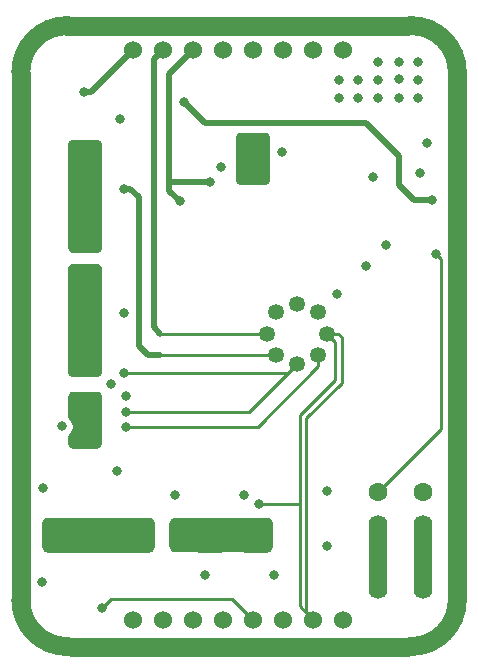
<source format=gbr>
G04 #@! TF.GenerationSoftware,KiCad,Pcbnew,(5.1.12)-1*
G04 #@! TF.CreationDate,2022-03-03T10:00:03+01:00*
G04 #@! TF.ProjectId,10V-DLTZ,3130562d-444c-4545-9a2e-6b696361645f,rev?*
G04 #@! TF.SameCoordinates,Original*
G04 #@! TF.FileFunction,Copper,L2,Inr*
G04 #@! TF.FilePolarity,Positive*
%FSLAX46Y46*%
G04 Gerber Fmt 4.6, Leading zero omitted, Abs format (unit mm)*
G04 Created by KiCad (PCBNEW (5.1.12)-1) date 2022-03-03 10:00:03*
%MOMM*%
%LPD*%
G01*
G04 APERTURE LIST*
G04 #@! TA.AperFunction,NonConductor*
%ADD10C,1.600000*%
G04 #@! TD*
G04 #@! TA.AperFunction,ComponentPad*
%ADD11C,1.350000*%
G04 #@! TD*
G04 #@! TA.AperFunction,ComponentPad*
%ADD12O,1.600000X7.100000*%
G04 #@! TD*
G04 #@! TA.AperFunction,ComponentPad*
%ADD13C,1.600000*%
G04 #@! TD*
G04 #@! TA.AperFunction,ComponentPad*
%ADD14C,1.524000*%
G04 #@! TD*
G04 #@! TA.AperFunction,ViaPad*
%ADD15C,0.800000*%
G04 #@! TD*
G04 #@! TA.AperFunction,Conductor*
%ADD16C,0.250000*%
G04 #@! TD*
G04 #@! TA.AperFunction,Conductor*
%ADD17C,0.508000*%
G04 #@! TD*
G04 #@! TA.AperFunction,Conductor*
%ADD18C,1.600000*%
G04 #@! TD*
G04 #@! TA.AperFunction,Conductor*
%ADD19C,0.127000*%
G04 #@! TD*
G04 #@! TA.AperFunction,NonConductor*
%ADD20C,0.254000*%
G04 #@! TD*
G04 #@! TA.AperFunction,NonConductor*
%ADD21C,0.100000*%
G04 #@! TD*
G04 APERTURE END LIST*
D10*
X106299000Y-124714000D02*
G75*
G02*
X110236000Y-128651000I0J-3937000D01*
G01*
X110236000Y-173355000D02*
G75*
G02*
X106299000Y-177292000I-3937000J0D01*
G01*
X73279000Y-128651000D02*
G75*
G02*
X77216000Y-124714000I3937000J0D01*
G01*
X77216000Y-177292000D02*
G75*
G02*
X73279000Y-173355000I0J3937000D01*
G01*
D11*
X94132400Y-150799800D03*
X99212400Y-150799800D03*
X96672400Y-148259800D03*
X96672400Y-153339800D03*
X98468400Y-152595800D03*
X94876400Y-152595800D03*
X94876400Y-149003800D03*
X98468400Y-149003800D03*
D12*
X107315000Y-169711000D03*
D13*
X107315000Y-164211000D03*
D12*
X103505000Y-169711000D03*
D13*
X103505000Y-164211000D03*
D14*
X82804000Y-126746000D03*
X85344000Y-126746000D03*
X87884000Y-126746000D03*
X90424000Y-126746000D03*
X92964000Y-126746000D03*
X95504000Y-126746000D03*
X98044000Y-126746000D03*
X100584000Y-126746000D03*
X82804000Y-175006000D03*
X85344000Y-175006000D03*
X87884000Y-175006000D03*
X90424000Y-175006000D03*
X92964000Y-175006000D03*
X95504000Y-175006000D03*
X98044000Y-175006000D03*
X100584000Y-175006000D03*
D15*
X109220000Y-176022000D03*
X106426000Y-177292000D03*
X104775000Y-177292000D03*
X75819000Y-177165000D03*
X75565000Y-125095000D03*
X108966000Y-125857000D03*
X96520000Y-177292000D03*
X110236000Y-170688000D03*
X110236000Y-136906000D03*
X110236000Y-141097000D03*
X73533000Y-175006000D03*
X109982000Y-174752000D03*
X107823000Y-125095000D03*
X100838000Y-177292000D03*
X107950000Y-176911000D03*
X109855000Y-127000000D03*
X83820000Y-177292000D03*
X74295000Y-125984000D03*
X88011000Y-177292000D03*
X79756000Y-177292000D03*
X110236000Y-132715000D03*
X74549000Y-176276000D03*
X92202000Y-177292000D03*
X77597000Y-177292000D03*
X73279000Y-168910000D03*
X110236000Y-158115000D03*
X110236000Y-162306000D03*
X73279000Y-164592000D03*
X73279000Y-156083000D03*
X73279000Y-160401000D03*
X110236000Y-145161000D03*
X110236000Y-166370000D03*
X110236000Y-153797000D03*
X73279000Y-152019000D03*
X73279000Y-143383000D03*
X73279000Y-139192000D03*
X73279000Y-147701000D03*
X110236000Y-149606000D03*
X93472000Y-165227000D03*
X80899000Y-155067000D03*
X81407000Y-162433000D03*
X75184000Y-163830000D03*
X75057000Y-171831000D03*
X107696000Y-134620000D03*
X82042000Y-138557000D03*
X108077000Y-139446000D03*
X87122000Y-131191000D03*
X82169000Y-158673800D03*
X108409500Y-144066500D03*
X82042000Y-149021800D03*
X90233500Y-136652000D03*
X110236000Y-138938000D03*
X110236000Y-160274000D03*
X110236000Y-155956000D03*
X87884000Y-124714000D03*
X80137000Y-124714000D03*
X73279000Y-135001000D03*
X73279000Y-141224000D03*
X86741000Y-139573000D03*
X106426000Y-124714000D03*
X110236000Y-147447000D03*
X96012000Y-124714000D03*
X73279000Y-137033000D03*
X91821000Y-124714000D03*
X73279000Y-132969000D03*
X73279000Y-154051000D03*
X81788000Y-177292000D03*
X110236000Y-168529000D03*
X110236000Y-134747000D03*
X73279000Y-173355000D03*
X104394000Y-124714000D03*
X73279000Y-130937000D03*
X86296500Y-164465000D03*
X85979000Y-177292000D03*
X110236000Y-172974000D03*
X77597000Y-177292000D03*
X110236000Y-130556000D03*
X100330000Y-124714000D03*
X110236000Y-164338000D03*
X82169000Y-156083000D03*
X73279000Y-129159000D03*
X73279000Y-145669000D03*
X98552000Y-177292000D03*
X94361000Y-177292000D03*
X110236000Y-128498000D03*
X90043000Y-177292000D03*
X73279000Y-170942000D03*
X110236000Y-143129000D03*
X73279000Y-149987000D03*
X83947000Y-124714000D03*
X102743000Y-177292000D03*
X110236000Y-151638000D03*
X73279000Y-158242000D03*
X73279000Y-162433000D03*
X73533000Y-127254000D03*
X73279000Y-166751000D03*
X89281000Y-137922000D03*
X76962000Y-124714000D03*
X81915000Y-124714000D03*
X92202000Y-164465000D03*
X103124000Y-137541000D03*
X78613000Y-130302000D03*
X85979000Y-124714000D03*
X93853000Y-124714000D03*
X99187000Y-164084000D03*
X89789000Y-124714000D03*
X98298000Y-124714000D03*
X102489000Y-124714000D03*
X78486000Y-124714000D03*
X82042000Y-154114500D03*
X82169000Y-157429200D03*
X101854000Y-130810000D03*
X101854000Y-129286000D03*
X94742000Y-171196000D03*
X95377000Y-135382000D03*
X103505000Y-127762000D03*
X100203000Y-129286000D03*
X76733268Y-158644655D03*
X106934000Y-129286000D03*
X88836500Y-171196000D03*
X106934000Y-127762000D03*
X105283000Y-130810000D03*
X103505000Y-130810000D03*
X100203000Y-130810000D03*
X105283000Y-127762000D03*
X105283000Y-129241000D03*
X103505000Y-129286000D03*
X106934000Y-130810000D03*
X81661000Y-132588000D03*
X99187000Y-168783000D03*
X80137000Y-173990000D03*
X102489000Y-145034000D03*
X100076000Y-147421600D03*
X107083000Y-137160000D03*
X104203500Y-143256000D03*
D16*
X97536000Y-174879000D02*
X97917000Y-175260000D01*
X99212400Y-150799800D02*
X100166994Y-150799800D01*
X99237800Y-150774400D02*
X99212400Y-150799800D01*
X96012000Y-165227000D02*
X96901000Y-165227000D01*
X96012000Y-165227000D02*
X96202500Y-165227000D01*
X100431600Y-151064406D02*
X100431600Y-154940000D01*
X100431600Y-154940000D02*
X97409000Y-157962600D01*
X99237800Y-150825200D02*
X99212400Y-150799800D01*
X100166994Y-150799800D02*
X100431600Y-151064406D01*
X95377000Y-165227000D02*
X96012000Y-165227000D01*
X93472000Y-165227000D02*
X95377000Y-165227000D01*
X97409000Y-157962600D02*
X97409000Y-173609000D01*
X97472500Y-174434500D02*
X98044000Y-175006000D01*
X97409000Y-174371000D02*
X97472500Y-174434500D01*
X97409000Y-157962600D02*
X97409000Y-174371000D01*
X96901000Y-173863000D02*
X98044000Y-175006000D01*
X96901000Y-157708600D02*
X96901000Y-173863000D01*
X99887399Y-154722201D02*
X96901000Y-157708600D01*
X99887399Y-151474799D02*
X99887399Y-154722201D01*
X99212400Y-150799800D02*
X99887399Y-151474799D01*
X85077300Y-150799800D02*
X94132400Y-150799800D01*
D17*
X84518500Y-127571500D02*
X85344000Y-126746000D01*
D16*
X94107000Y-150774400D02*
X94132400Y-150799800D01*
D17*
X85077300Y-150799800D02*
X84518500Y-150241000D01*
X84518500Y-150241000D02*
X84518500Y-127571500D01*
X82550000Y-138557000D02*
X83248500Y-139255500D01*
D16*
X94858400Y-152577800D02*
X94876400Y-152595800D01*
D17*
X82042000Y-138557000D02*
X82550000Y-138557000D01*
D16*
X94876400Y-152595800D02*
X85031800Y-152595800D01*
D17*
X83248500Y-151828500D02*
X84015800Y-152595800D01*
X84015800Y-152595800D02*
X85031800Y-152595800D01*
X83248500Y-139255500D02*
X83248500Y-151828500D01*
X105283000Y-135763000D02*
X102489000Y-132969000D01*
X105283000Y-138176000D02*
X105283000Y-135763000D01*
X106553000Y-139446000D02*
X105283000Y-138176000D01*
X108077000Y-139446000D02*
X106553000Y-139446000D01*
X88900000Y-132969000D02*
X87122000Y-131191000D01*
X102489000Y-132969000D02*
X88900000Y-132969000D01*
D16*
X98468400Y-153550394D02*
X93344994Y-158673800D01*
X103505000Y-164211000D02*
X108839000Y-158877000D01*
X98468400Y-152595800D02*
X98468400Y-153550394D01*
X108839000Y-158877000D02*
X108839000Y-144496000D01*
X108839000Y-144496000D02*
X108409500Y-144066500D01*
X82169000Y-158673800D02*
X93344994Y-158673800D01*
D17*
X87884000Y-126746000D02*
X85852000Y-128778000D01*
D18*
X73279000Y-135001000D02*
X73279000Y-132969000D01*
D17*
X79248000Y-130302000D02*
X78613000Y-130302000D01*
D18*
X110236000Y-128651000D02*
X110236000Y-173271000D01*
D17*
X85852000Y-138684000D02*
X86741000Y-139573000D01*
D18*
X77216000Y-124714000D02*
X106000000Y-124714000D01*
X73279000Y-130937000D02*
X73279000Y-128778000D01*
D17*
X85852000Y-137922000D02*
X85852000Y-138684000D01*
D18*
X73279000Y-173400000D02*
X73279000Y-171043000D01*
X77597000Y-177292000D02*
X106000000Y-177292000D01*
X73279000Y-170942000D02*
X73279000Y-137287000D01*
X73279000Y-137287000D02*
X73279000Y-135001000D01*
D17*
X82804000Y-126746000D02*
X79248000Y-130302000D01*
D18*
X73279000Y-132969000D02*
X73279000Y-130937000D01*
D17*
X85852000Y-128778000D02*
X85852000Y-137922000D01*
X89281000Y-137922000D02*
X85852000Y-137922000D01*
D16*
X96672400Y-153339800D02*
X95897700Y-154114500D01*
X82042000Y-154114500D02*
X95440500Y-154114500D01*
X96215200Y-153339800D02*
X96672400Y-153339800D01*
X92583000Y-157429200D02*
X96672400Y-153339800D01*
X95897700Y-154114500D02*
X82042000Y-154114500D01*
X82169000Y-157429200D02*
X92583000Y-157429200D01*
X91186000Y-173228000D02*
X92964000Y-175006000D01*
X80899000Y-173228000D02*
X91186000Y-173228000D01*
X80137000Y-173990000D02*
X80899000Y-173228000D01*
X104178100Y-143319500D02*
X104267000Y-143319500D01*
X98468400Y-149003800D02*
X98493800Y-149003800D01*
D19*
X104203500Y-143268700D02*
X104203500Y-143256000D01*
D20*
X79732146Y-155801921D02*
X79821716Y-155838951D01*
X79898674Y-155897864D01*
X79957798Y-155974663D01*
X79995070Y-156064131D01*
X80009075Y-156168495D01*
X80019423Y-159978399D01*
X80005883Y-160083230D01*
X79968824Y-160173178D01*
X79909703Y-160250442D01*
X79832566Y-160309729D01*
X79742691Y-160346982D01*
X79637897Y-160360747D01*
X77723181Y-160359653D01*
X77618470Y-160345787D01*
X77528693Y-160308483D01*
X77451652Y-160249188D01*
X77392610Y-160171953D01*
X77355603Y-160082053D01*
X77342083Y-159977304D01*
X77343429Y-159481742D01*
X77393042Y-159448592D01*
X77537205Y-159304429D01*
X77650473Y-159134911D01*
X77728494Y-158946553D01*
X77768268Y-158746594D01*
X77768268Y-158542716D01*
X77728494Y-158342757D01*
X77650473Y-158154399D01*
X77537205Y-157984881D01*
X77393042Y-157840718D01*
X77347970Y-157810602D01*
X77352431Y-156168494D01*
X77366436Y-156064130D01*
X77403708Y-155974663D01*
X77462832Y-155897864D01*
X77539790Y-155838951D01*
X77629359Y-155801921D01*
X77733761Y-155788200D01*
X79627744Y-155788200D01*
X79732146Y-155801921D01*
G04 #@! TA.AperFunction,NonConductor*
D21*
G36*
X79732146Y-155801921D02*
G01*
X79821716Y-155838951D01*
X79898674Y-155897864D01*
X79957798Y-155974663D01*
X79995070Y-156064131D01*
X80009075Y-156168495D01*
X80019423Y-159978399D01*
X80005883Y-160083230D01*
X79968824Y-160173178D01*
X79909703Y-160250442D01*
X79832566Y-160309729D01*
X79742691Y-160346982D01*
X79637897Y-160360747D01*
X77723181Y-160359653D01*
X77618470Y-160345787D01*
X77528693Y-160308483D01*
X77451652Y-160249188D01*
X77392610Y-160171953D01*
X77355603Y-160082053D01*
X77342083Y-159977304D01*
X77343429Y-159481742D01*
X77393042Y-159448592D01*
X77537205Y-159304429D01*
X77650473Y-159134911D01*
X77728494Y-158946553D01*
X77768268Y-158746594D01*
X77768268Y-158542716D01*
X77728494Y-158342757D01*
X77650473Y-158154399D01*
X77537205Y-157984881D01*
X77393042Y-157840718D01*
X77347970Y-157810602D01*
X77352431Y-156168494D01*
X77366436Y-156064130D01*
X77403708Y-155974663D01*
X77462832Y-155897864D01*
X77539790Y-155838951D01*
X77629359Y-155801921D01*
X77733761Y-155788200D01*
X79627744Y-155788200D01*
X79732146Y-155801921D01*
G37*
G04 #@! TD.AperFunction*
D20*
X94170230Y-166501117D02*
X94260178Y-166538176D01*
X94337442Y-166597297D01*
X94396729Y-166674434D01*
X94433982Y-166764309D01*
X94447747Y-166869103D01*
X94446653Y-168783819D01*
X94432787Y-168888530D01*
X94395483Y-168978307D01*
X94336188Y-169055348D01*
X94258953Y-169114390D01*
X94169053Y-169151397D01*
X94064304Y-169164917D01*
X90255494Y-169154569D01*
X90151130Y-169140564D01*
X90061663Y-169103292D01*
X89984864Y-169044168D01*
X89925951Y-168967210D01*
X89888921Y-168877641D01*
X89875200Y-168773239D01*
X89875200Y-166879256D01*
X89888921Y-166774854D01*
X89925951Y-166685284D01*
X89984864Y-166608326D01*
X90061663Y-166549202D01*
X90151131Y-166511930D01*
X90255495Y-166497925D01*
X94065399Y-166487577D01*
X94170230Y-166501117D01*
G04 #@! TA.AperFunction,NonConductor*
D21*
G36*
X94170230Y-166501117D02*
G01*
X94260178Y-166538176D01*
X94337442Y-166597297D01*
X94396729Y-166674434D01*
X94433982Y-166764309D01*
X94447747Y-166869103D01*
X94446653Y-168783819D01*
X94432787Y-168888530D01*
X94395483Y-168978307D01*
X94336188Y-169055348D01*
X94258953Y-169114390D01*
X94169053Y-169151397D01*
X94064304Y-169164917D01*
X90255494Y-169154569D01*
X90151130Y-169140564D01*
X90061663Y-169103292D01*
X89984864Y-169044168D01*
X89925951Y-168967210D01*
X89888921Y-168877641D01*
X89875200Y-168773239D01*
X89875200Y-166879256D01*
X89888921Y-166774854D01*
X89925951Y-166685284D01*
X89984864Y-166608326D01*
X90061663Y-166549202D01*
X90151131Y-166511930D01*
X90255495Y-166497925D01*
X94065399Y-166487577D01*
X94170230Y-166501117D01*
G37*
G04 #@! TD.AperFunction*
D20*
X93853700Y-133858547D02*
X93958429Y-133872417D01*
X94048216Y-133909731D01*
X94125263Y-133969043D01*
X94184302Y-134046297D01*
X94221298Y-134136213D01*
X94234799Y-134240995D01*
X94224688Y-137668789D01*
X94210662Y-137773139D01*
X94173380Y-137862586D01*
X94114253Y-137939369D01*
X94037304Y-137998263D01*
X93947744Y-138035282D01*
X93843352Y-138049000D01*
X91949143Y-138049000D01*
X91844750Y-138035282D01*
X91755193Y-137998264D01*
X91678238Y-137939364D01*
X91619115Y-137862589D01*
X91581832Y-137773139D01*
X91567807Y-137668791D01*
X91557695Y-134239893D01*
X91571215Y-134135043D01*
X91608265Y-134045072D01*
X91667384Y-133967789D01*
X91744526Y-133908486D01*
X91834410Y-133871222D01*
X91935060Y-133858000D01*
X92896462Y-133858000D01*
X93853700Y-133858547D01*
G04 #@! TA.AperFunction,NonConductor*
D21*
G36*
X93853700Y-133858547D02*
G01*
X93958429Y-133872417D01*
X94048216Y-133909731D01*
X94125263Y-133969043D01*
X94184302Y-134046297D01*
X94221298Y-134136213D01*
X94234799Y-134240995D01*
X94224688Y-137668789D01*
X94210662Y-137773139D01*
X94173380Y-137862586D01*
X94114253Y-137939369D01*
X94037304Y-137998263D01*
X93947744Y-138035282D01*
X93843352Y-138049000D01*
X91949143Y-138049000D01*
X91844750Y-138035282D01*
X91755193Y-137998264D01*
X91678238Y-137939364D01*
X91619115Y-137862589D01*
X91581832Y-137773139D01*
X91567807Y-137668791D01*
X91557695Y-134239893D01*
X91571215Y-134135043D01*
X91608265Y-134045072D01*
X91667384Y-133967789D01*
X91744526Y-133908486D01*
X91834410Y-133871222D01*
X91935060Y-133858000D01*
X92896462Y-133858000D01*
X93853700Y-133858547D01*
G37*
G04 #@! TD.AperFunction*
D20*
X84178857Y-166498827D02*
X84268813Y-166535886D01*
X84346079Y-166595008D01*
X84405365Y-166672141D01*
X84442621Y-166762019D01*
X84456386Y-166866815D01*
X84455291Y-168782891D01*
X84441472Y-168887428D01*
X84404293Y-168977076D01*
X84345188Y-169054051D01*
X84268178Y-169113113D01*
X84178505Y-169150242D01*
X84073967Y-169164000D01*
X75539928Y-169164000D01*
X75435343Y-169150231D01*
X75345645Y-169113077D01*
X75268624Y-169053976D01*
X75209523Y-168976955D01*
X75172369Y-168887257D01*
X75158600Y-168782672D01*
X75158600Y-166890048D01*
X75172320Y-166785650D01*
X75209348Y-166696084D01*
X75268262Y-166619123D01*
X75345058Y-166559999D01*
X75434521Y-166522727D01*
X75538879Y-166508720D01*
X84074030Y-166485289D01*
X84178857Y-166498827D01*
G04 #@! TA.AperFunction,NonConductor*
D21*
G36*
X84178857Y-166498827D02*
G01*
X84268813Y-166535886D01*
X84346079Y-166595008D01*
X84405365Y-166672141D01*
X84442621Y-166762019D01*
X84456386Y-166866815D01*
X84455291Y-168782891D01*
X84441472Y-168887428D01*
X84404293Y-168977076D01*
X84345188Y-169054051D01*
X84268178Y-169113113D01*
X84178505Y-169150242D01*
X84073967Y-169164000D01*
X75539928Y-169164000D01*
X75435343Y-169150231D01*
X75345645Y-169113077D01*
X75268624Y-169053976D01*
X75209523Y-168976955D01*
X75172369Y-168887257D01*
X75158600Y-168782672D01*
X75158600Y-166890048D01*
X75172320Y-166785650D01*
X75209348Y-166696084D01*
X75268262Y-166619123D01*
X75345058Y-166559999D01*
X75434521Y-166522727D01*
X75538879Y-166508720D01*
X84074030Y-166485289D01*
X84178857Y-166498827D01*
G37*
G04 #@! TD.AperFunction*
D20*
X90233230Y-166501117D02*
X90323178Y-166538176D01*
X90400442Y-166597297D01*
X90459729Y-166674434D01*
X90496982Y-166764309D01*
X90510747Y-166869103D01*
X90509653Y-168783819D01*
X90495787Y-168888530D01*
X90458483Y-168978307D01*
X90399188Y-169055348D01*
X90321953Y-169114390D01*
X90232053Y-169151397D01*
X90127304Y-169164917D01*
X86318494Y-169154569D01*
X86214130Y-169140564D01*
X86124663Y-169103292D01*
X86047864Y-169044168D01*
X85988951Y-168967210D01*
X85951921Y-168877641D01*
X85938200Y-168773239D01*
X85938200Y-166879256D01*
X85951921Y-166774854D01*
X85988951Y-166685284D01*
X86047864Y-166608326D01*
X86124663Y-166549202D01*
X86214131Y-166511930D01*
X86318495Y-166497925D01*
X90128399Y-166487577D01*
X90233230Y-166501117D01*
G04 #@! TA.AperFunction,NonConductor*
D21*
G36*
X90233230Y-166501117D02*
G01*
X90323178Y-166538176D01*
X90400442Y-166597297D01*
X90459729Y-166674434D01*
X90496982Y-166764309D01*
X90510747Y-166869103D01*
X90509653Y-168783819D01*
X90495787Y-168888530D01*
X90458483Y-168978307D01*
X90399188Y-169055348D01*
X90321953Y-169114390D01*
X90232053Y-169151397D01*
X90127304Y-169164917D01*
X86318494Y-169154569D01*
X86214130Y-169140564D01*
X86124663Y-169103292D01*
X86047864Y-169044168D01*
X85988951Y-168967210D01*
X85951921Y-168877641D01*
X85938200Y-168773239D01*
X85938200Y-166879256D01*
X85951921Y-166774854D01*
X85988951Y-166685284D01*
X86047864Y-166608326D01*
X86124663Y-166549202D01*
X86214131Y-166511930D01*
X86318495Y-166497925D01*
X90128399Y-166487577D01*
X90233230Y-166501117D01*
G37*
G04 #@! TD.AperFunction*
D20*
X79628891Y-134492709D02*
X79733428Y-134506528D01*
X79823076Y-134543707D01*
X79900051Y-134602812D01*
X79959113Y-134679822D01*
X79996242Y-134769495D01*
X80010000Y-134874033D01*
X80010000Y-143408072D01*
X79996231Y-143512657D01*
X79959077Y-143602355D01*
X79899976Y-143679376D01*
X79822955Y-143738477D01*
X79733257Y-143775631D01*
X79628672Y-143789400D01*
X77736048Y-143789400D01*
X77631650Y-143775680D01*
X77542084Y-143738652D01*
X77465123Y-143679738D01*
X77405999Y-143602942D01*
X77368727Y-143513479D01*
X77354720Y-143409121D01*
X77331289Y-134873970D01*
X77344827Y-134769143D01*
X77381886Y-134679187D01*
X77441008Y-134601921D01*
X77518141Y-134542635D01*
X77608019Y-134505379D01*
X77712815Y-134491614D01*
X79628891Y-134492709D01*
G04 #@! TA.AperFunction,NonConductor*
D21*
G36*
X79628891Y-134492709D02*
G01*
X79733428Y-134506528D01*
X79823076Y-134543707D01*
X79900051Y-134602812D01*
X79959113Y-134679822D01*
X79996242Y-134769495D01*
X80010000Y-134874033D01*
X80010000Y-143408072D01*
X79996231Y-143512657D01*
X79959077Y-143602355D01*
X79899976Y-143679376D01*
X79822955Y-143738477D01*
X79733257Y-143775631D01*
X79628672Y-143789400D01*
X77736048Y-143789400D01*
X77631650Y-143775680D01*
X77542084Y-143738652D01*
X77465123Y-143679738D01*
X77405999Y-143602942D01*
X77368727Y-143513479D01*
X77354720Y-143409121D01*
X77331289Y-134873970D01*
X77344827Y-134769143D01*
X77381886Y-134679187D01*
X77441008Y-134601921D01*
X77518141Y-134542635D01*
X77608019Y-134505379D01*
X77712815Y-134491614D01*
X79628891Y-134492709D01*
G37*
G04 #@! TD.AperFunction*
D20*
X79721350Y-145022320D02*
X79810916Y-145059348D01*
X79887877Y-145118262D01*
X79947001Y-145195058D01*
X79984273Y-145284521D01*
X79998280Y-145388879D01*
X80021711Y-153924030D01*
X80008173Y-154028857D01*
X79971114Y-154118813D01*
X79911992Y-154196079D01*
X79834859Y-154255365D01*
X79744981Y-154292621D01*
X79640185Y-154306386D01*
X77724109Y-154305291D01*
X77619572Y-154291472D01*
X77529924Y-154254293D01*
X77452949Y-154195188D01*
X77393887Y-154118178D01*
X77356758Y-154028505D01*
X77343000Y-153923967D01*
X77343000Y-145389928D01*
X77356769Y-145285343D01*
X77393923Y-145195645D01*
X77453024Y-145118624D01*
X77530045Y-145059523D01*
X77619743Y-145022369D01*
X77724328Y-145008600D01*
X79616952Y-145008600D01*
X79721350Y-145022320D01*
G04 #@! TA.AperFunction,NonConductor*
D21*
G36*
X79721350Y-145022320D02*
G01*
X79810916Y-145059348D01*
X79887877Y-145118262D01*
X79947001Y-145195058D01*
X79984273Y-145284521D01*
X79998280Y-145388879D01*
X80021711Y-153924030D01*
X80008173Y-154028857D01*
X79971114Y-154118813D01*
X79911992Y-154196079D01*
X79834859Y-154255365D01*
X79744981Y-154292621D01*
X79640185Y-154306386D01*
X77724109Y-154305291D01*
X77619572Y-154291472D01*
X77529924Y-154254293D01*
X77452949Y-154195188D01*
X77393887Y-154118178D01*
X77356758Y-154028505D01*
X77343000Y-153923967D01*
X77343000Y-145389928D01*
X77356769Y-145285343D01*
X77393923Y-145195645D01*
X77453024Y-145118624D01*
X77530045Y-145059523D01*
X77619743Y-145022369D01*
X77724328Y-145008600D01*
X79616952Y-145008600D01*
X79721350Y-145022320D01*
G37*
G04 #@! TD.AperFunction*
M02*

</source>
